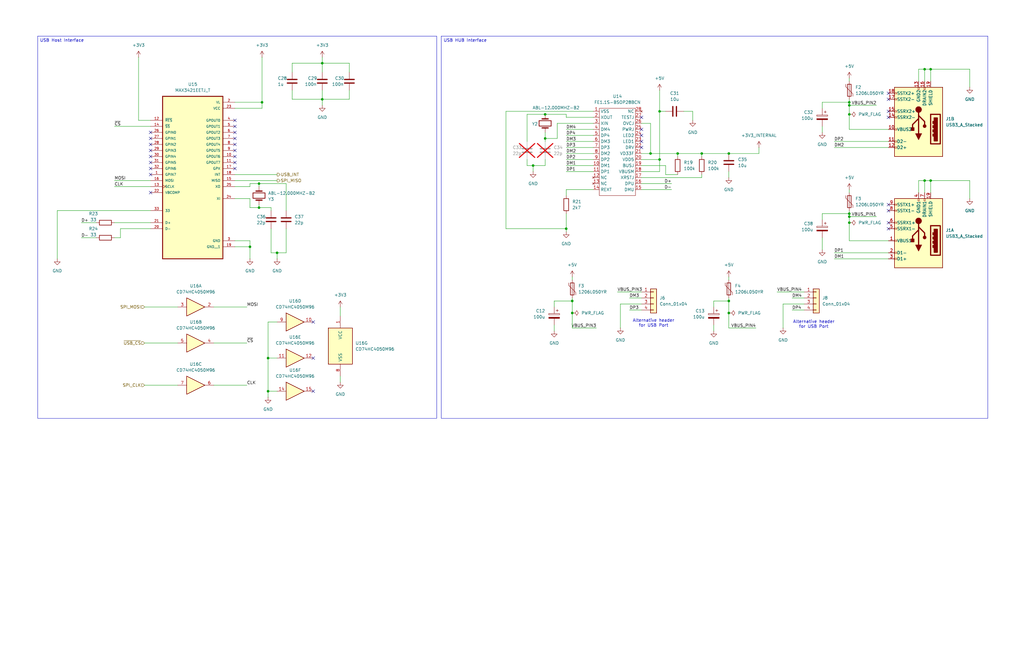
<source format=kicad_sch>
(kicad_sch (version 20250114) (generator "eeschema") (generator_version "9.0")
  (paper "USLedger")
  (text "Alternative header\nfor USB Port" (at 343.154 136.906 0) (effects (font (size 1.27 1.27))))
  (text "Alternative header\nfor USB Port" (at 275.59 136.398 0) (effects (font (size 1.27 1.27))))
  (text_box "USB HUB Interface" (at 186.055 15.24 0) (size 230.505 161.29) (margins 0.9525 0.9525 0.9525 0.9525) (effects (font (size 1.27 1.27)) (justify left top)))
  (text_box "USB Host Interface" (at 15.875 15.24 0) (size 168.275 161.29) (margins 0.9525 0.9525 0.9525 0.9525) (effects (font (size 1.27 1.27)) (justify left top)))
  (junction (at 241.3 132.08))
  (junction (at 278.13 46.99))
  (junction (at 229.87 58.42))
  (junction (at 135.89 41.91))
  (junction (at 307.34 64.77))
  (junction (at 274.32 64.77))
  (junction (at 389.89 29.21))
  (junction (at 278.13 67.31))
  (junction (at 110.49 43.18))
  (junction (at 113.03 165.1))
  (junction (at 389.89 76.2))
  (junction (at 307.34 132.08))
  (junction (at 285.75 64.77))
  (junction (at 229.87 48.26))
  (junction (at 116.84 106.68))
  (junction (at 224.79 69.85))
  (junction (at 307.34 127))
  (junction (at 105.41 104.14))
  (junction (at 109.22 87.63))
  (junction (at 238.76 96.52))
  (junction (at 358.14 90.17))
  (junction (at 392.43 29.21))
  (junction (at 358.14 93.98))
  (junction (at 358.14 43.18))
  (junction (at 358.14 91.44))
  (junction (at 241.3 127))
  (junction (at 113.03 151.13))
  (junction (at 358.14 44.45))
  (junction (at 295.91 64.77))
  (junction (at 358.14 48.26))
  (junction (at 109.22 77.47))
  (junction (at 392.43 76.2))
  (junction (at 135.89 26.67))
  (no_connect (at 374.65 88.9))
  (no_connect (at 99.06 63.5))
  (no_connect (at 63.5 60.96))
  (no_connect (at 63.5 68.58))
  (no_connect (at 374.65 96.52))
  (no_connect (at 63.5 58.42))
  (no_connect (at 270.51 59.69))
  (no_connect (at 374.65 39.37))
  (no_connect (at 132.08 135.89))
  (no_connect (at 99.06 58.42))
  (no_connect (at 63.5 71.12))
  (no_connect (at 63.5 73.66))
  (no_connect (at 63.5 66.04))
  (no_connect (at 374.65 41.91))
  (no_connect (at 132.08 165.1))
  (no_connect (at 374.65 86.36))
  (no_connect (at 99.06 53.34))
  (no_connect (at 99.06 71.12))
  (no_connect (at 99.06 50.8))
  (no_connect (at 270.51 49.53))
  (no_connect (at 99.06 68.58))
  (no_connect (at 63.5 63.5))
  (no_connect (at 374.65 49.53))
  (no_connect (at 270.51 54.61))
  (no_connect (at 132.08 151.13))
  (no_connect (at 63.5 81.28))
  (no_connect (at 374.65 46.99))
  (no_connect (at 99.06 66.04))
  (no_connect (at 374.65 93.98))
  (no_connect (at 99.06 55.88))
  (no_connect (at 270.51 57.15))
  (no_connect (at 63.5 55.88))
  (no_connect (at 270.51 62.23))
  (no_connect (at 99.06 60.96))
  (wire (pts (xy 116.84 106.68) (xy 120.65 106.68)))
  (wire (pts (xy 113.03 151.13) (xy 116.84 151.13)))
  (wire (pts (xy 116.84 109.22) (xy 116.84 106.68)))
  (wire (pts (xy 351.79 106.68) (xy 374.65 106.68)))
  (wire (pts (xy 135.89 44.45) (xy 135.89 41.91)))
  (wire (pts (xy 238.76 80.01) (xy 250.19 80.01)))
  (wire (pts (xy 389.89 29.21) (xy 392.43 29.21)))
  (wire (pts (xy 224.79 69.85) (xy 229.87 69.85)))
  (wire (pts (xy 233.68 137.16) (xy 233.68 139.7)))
  (wire (pts (xy 238.76 62.23) (xy 250.19 62.23)))
  (wire (pts (xy 123.19 41.91) (xy 135.89 41.91)))
  (wire (pts (xy 270.51 77.47) (xy 283.21 77.47)))
  (wire (pts (xy 241.3 127) (xy 241.3 132.08)))
  (wire (pts (xy 233.68 129.54) (xy 233.68 127)))
  (wire (pts (xy 233.68 127) (xy 241.3 127)))
  (wire (pts (xy 307.34 116.84) (xy 307.34 118.11)))
  (wire (pts (xy 114.3 87.63) (xy 114.3 88.9)))
  (wire (pts (xy 339.09 128.27) (xy 330.2 128.27)))
  (wire (pts (xy 113.03 135.89) (xy 113.03 151.13)))
  (wire (pts (xy 278.13 46.99) (xy 278.13 67.31)))
  (wire (pts (xy 238.76 59.69) (xy 250.19 59.69)))
  (wire (pts (xy 351.79 59.69) (xy 374.65 59.69)))
  (wire (pts (xy 278.13 38.1) (xy 278.13 46.99)))
  (wire (pts (xy 389.89 76.2) (xy 392.43 76.2)))
  (wire (pts (xy 109.22 78.74) (xy 109.22 77.47)))
  (wire (pts (xy 113.03 165.1) (xy 113.03 167.64)))
  (wire (pts (xy 109.22 87.63) (xy 109.22 86.36)))
  (wire (pts (xy 99.06 83.82) (xy 105.41 83.82)))
  (wire (pts (xy 238.76 67.31) (xy 250.19 67.31)))
  (wire (pts (xy 280.67 73.66) (xy 285.75 73.66)))
  (wire (pts (xy 241.3 132.08) (xy 241.3 138.43)))
  (wire (pts (xy 320.04 62.23) (xy 320.04 64.77)))
  (wire (pts (xy 295.91 64.77) (xy 307.34 64.77)))
  (wire (pts (xy 339.09 125.73) (xy 334.01 125.73)))
  (wire (pts (xy 123.19 38.1) (xy 123.19 41.91)))
  (wire (pts (xy 238.76 97.79) (xy 238.76 96.52)))
  (wire (pts (xy 270.51 52.07) (xy 274.32 52.07)))
  (wire (pts (xy 392.43 29.21) (xy 392.43 34.29)))
  (wire (pts (xy 307.34 138.43) (xy 307.34 132.08)))
  (wire (pts (xy 60.96 144.78) (xy 74.93 144.78)))
  (wire (pts (xy 60.96 162.56) (xy 74.93 162.56)))
  (wire (pts (xy 307.34 64.77) (xy 320.04 64.77)))
  (wire (pts (xy 224.79 72.39) (xy 224.79 69.85)))
  (wire (pts (xy 358.14 41.91) (xy 358.14 43.18)))
  (wire (pts (xy 48.26 76.2) (xy 63.5 76.2)))
  (wire (pts (xy 358.14 33.02) (xy 358.14 34.29)))
  (wire (pts (xy 261.62 128.27) (xy 261.62 138.43)))
  (wire (pts (xy 147.32 26.67) (xy 135.89 26.67)))
  (wire (pts (xy 40.64 100.33) (xy 34.29 100.33)))
  (wire (pts (xy 351.79 62.23) (xy 374.65 62.23)))
  (wire (pts (xy 99.06 104.14) (xy 105.41 104.14)))
  (wire (pts (xy 285.75 64.77) (xy 285.75 66.04)))
  (wire (pts (xy 229.87 55.88) (xy 229.87 58.42)))
  (wire (pts (xy 50.8 100.33) (xy 48.26 100.33)))
  (wire (pts (xy 58.42 50.8) (xy 63.5 50.8)))
  (wire (pts (xy 48.26 93.98) (xy 63.5 93.98)))
  (wire (pts (xy 241.3 138.43) (xy 251.46 138.43)))
  (wire (pts (xy 346.71 92.71) (xy 346.71 90.17)))
  (wire (pts (xy 229.87 48.26) (xy 238.76 48.26)))
  (wire (pts (xy 90.17 144.78) (xy 104.14 144.78)))
  (wire (pts (xy 147.32 41.91) (xy 135.89 41.91)))
  (wire (pts (xy 387.35 81.28) (xy 387.35 76.2)))
  (wire (pts (xy 238.76 48.26) (xy 238.76 49.53)))
  (wire (pts (xy 143.51 129.54) (xy 143.51 133.35)))
  (wire (pts (xy 113.03 165.1) (xy 116.84 165.1)))
  (wire (pts (xy 358.14 44.45) (xy 369.57 44.45)))
  (wire (pts (xy 99.06 78.74) (xy 105.41 78.74)))
  (wire (pts (xy 241.3 125.73) (xy 241.3 127)))
  (wire (pts (xy 143.51 161.29) (xy 143.51 158.75)))
  (wire (pts (xy 123.19 26.67) (xy 135.89 26.67)))
  (wire (pts (xy 234.95 52.07) (xy 234.95 58.42)))
  (wire (pts (xy 307.34 138.43) (xy 318.77 138.43)))
  (wire (pts (xy 307.34 125.73) (xy 307.34 127)))
  (wire (pts (xy 135.89 38.1) (xy 135.89 41.91)))
  (wire (pts (xy 238.76 54.61) (xy 250.19 54.61)))
  (wire (pts (xy 229.87 48.26) (xy 222.25 48.26)))
  (wire (pts (xy 58.42 24.13) (xy 58.42 50.8)))
  (wire (pts (xy 238.76 57.15) (xy 250.19 57.15)))
  (wire (pts (xy 392.43 76.2) (xy 408.94 76.2)))
  (wire (pts (xy 295.91 73.66) (xy 295.91 74.93)))
  (wire (pts (xy 229.87 67.31) (xy 229.87 69.85)))
  (wire (pts (xy 327.66 123.19) (xy 339.09 123.19)))
  (wire (pts (xy 114.3 106.68) (xy 116.84 106.68)))
  (wire (pts (xy 120.65 96.52) (xy 120.65 106.68)))
  (wire (pts (xy 270.51 69.85) (xy 280.67 69.85)))
  (wire (pts (xy 229.87 58.42) (xy 229.87 59.69)))
  (wire (pts (xy 270.51 67.31) (xy 278.13 67.31)))
  (wire (pts (xy 135.89 24.13) (xy 135.89 26.67)))
  (wire (pts (xy 234.95 52.07) (xy 250.19 52.07)))
  (wire (pts (xy 34.29 93.98) (xy 40.64 93.98)))
  (wire (pts (xy 387.35 76.2) (xy 389.89 76.2)))
  (wire (pts (xy 113.03 151.13) (xy 113.03 165.1)))
  (wire (pts (xy 213.36 96.52) (xy 238.76 96.52)))
  (wire (pts (xy 346.71 90.17) (xy 358.14 90.17)))
  (wire (pts (xy 105.41 83.82) (xy 105.41 87.63)))
  (wire (pts (xy 346.71 100.33) (xy 346.71 105.41)))
  (wire (pts (xy 110.49 45.72) (xy 110.49 43.18)))
  (wire (pts (xy 330.2 128.27) (xy 330.2 138.43)))
  (wire (pts (xy 110.49 24.13) (xy 110.49 43.18)))
  (wire (pts (xy 24.13 88.9) (xy 63.5 88.9)))
  (wire (pts (xy 99.06 76.2) (xy 116.84 76.2)))
  (wire (pts (xy 99.06 73.66) (xy 116.84 73.66)))
  (wire (pts (xy 114.3 96.52) (xy 114.3 106.68)))
  (wire (pts (xy 346.71 53.34) (xy 346.71 55.88)))
  (wire (pts (xy 99.06 43.18) (xy 110.49 43.18)))
  (wire (pts (xy 213.36 46.99) (xy 250.19 46.99)))
  (wire (pts (xy 307.34 127) (xy 307.34 132.08)))
  (wire (pts (xy 408.94 76.2) (xy 408.94 83.82)))
  (wire (pts (xy 270.51 125.73) (xy 265.43 125.73)))
  (wire (pts (xy 358.14 91.44) (xy 369.57 91.44)))
  (wire (pts (xy 238.76 49.53) (xy 250.19 49.53)))
  (wire (pts (xy 392.43 29.21) (xy 408.94 29.21)))
  (wire (pts (xy 135.89 26.67) (xy 135.89 30.48)))
  (wire (pts (xy 24.13 88.9) (xy 24.13 109.22)))
  (wire (pts (xy 288.29 46.99) (xy 292.1 46.99)))
  (wire (pts (xy 358.14 43.18) (xy 358.14 44.45)))
  (wire (pts (xy 278.13 67.31) (xy 278.13 72.39)))
  (wire (pts (xy 295.91 64.77) (xy 295.91 66.04)))
  (wire (pts (xy 270.51 128.27) (xy 261.62 128.27)))
  (wire (pts (xy 346.71 45.72) (xy 346.71 43.18)))
  (wire (pts (xy 392.43 81.28) (xy 392.43 76.2)))
  (wire (pts (xy 300.99 137.16) (xy 300.99 139.7)))
  (wire (pts (xy 389.89 76.2) (xy 389.89 81.28)))
  (wire (pts (xy 105.41 87.63) (xy 109.22 87.63)))
  (wire (pts (xy 285.75 64.77) (xy 295.91 64.77)))
  (wire (pts (xy 278.13 46.99) (xy 280.67 46.99)))
  (wire (pts (xy 358.14 88.9) (xy 358.14 90.17)))
  (wire (pts (xy 238.76 90.17) (xy 238.76 96.52)))
  (wire (pts (xy 387.35 29.21) (xy 389.89 29.21)))
  (wire (pts (xy 274.32 52.07) (xy 274.32 64.77)))
  (wire (pts (xy 147.32 30.48) (xy 147.32 26.67)))
  (wire (pts (xy 270.51 64.77) (xy 274.32 64.77)))
  (wire (pts (xy 408.94 29.21) (xy 408.94 36.83)))
  (wire (pts (xy 238.76 82.55) (xy 238.76 80.01)))
  (wire (pts (xy 90.17 162.56) (xy 104.14 162.56)))
  (wire (pts (xy 50.8 96.52) (xy 63.5 96.52)))
  (wire (pts (xy 358.14 90.17) (xy 358.14 91.44)))
  (wire (pts (xy 351.79 109.22) (xy 374.65 109.22)))
  (wire (pts (xy 229.87 58.42) (xy 234.95 58.42)))
  (wire (pts (xy 358.14 48.26) (xy 358.14 54.61)))
  (wire (pts (xy 99.06 101.6) (xy 105.41 101.6)))
  (wire (pts (xy 270.51 72.39) (xy 278.13 72.39)))
  (wire (pts (xy 222.25 48.26) (xy 222.25 59.69)))
  (wire (pts (xy 120.65 77.47) (xy 120.65 88.9)))
  (wire (pts (xy 147.32 38.1) (xy 147.32 41.91)))
  (wire (pts (xy 48.26 53.34) (xy 63.5 53.34)))
  (wire (pts (xy 48.26 78.74) (xy 63.5 78.74)))
  (wire (pts (xy 300.99 129.54) (xy 300.99 127)))
  (wire (pts (xy 270.51 80.01) (xy 283.21 80.01)))
  (wire (pts (xy 389.89 29.21) (xy 389.89 34.29)))
  (wire (pts (xy 358.14 44.45) (xy 358.14 48.26)))
  (wire (pts (xy 99.06 45.72) (xy 110.49 45.72)))
  (wire (pts (xy 358.14 93.98) (xy 358.14 101.6)))
  (wire (pts (xy 109.22 77.47) (xy 120.65 77.47)))
  (wire (pts (xy 238.76 64.77) (xy 250.19 64.77)))
  (wire (pts (xy 109.22 87.63) (xy 114.3 87.63)))
  (wire (pts (xy 280.67 69.85) (xy 280.67 73.66)))
  (wire (pts (xy 241.3 116.84) (xy 241.3 118.11)))
  (wire (pts (xy 387.35 34.29) (xy 387.35 29.21)))
  (wire (pts (xy 238.76 72.39) (xy 250.19 72.39)))
  (wire (pts (xy 358.14 54.61) (xy 374.65 54.61)))
  (wire (pts (xy 260.35 123.19) (xy 270.51 123.19)))
  (wire (pts (xy 358.14 101.6) (xy 374.65 101.6)))
  (wire (pts (xy 274.32 64.77) (xy 285.75 64.77)))
  (wire (pts (xy 300.99 127) (xy 307.34 127)))
  (wire (pts (xy 105.41 101.6) (xy 105.41 104.14)))
  (wire (pts (xy 358.14 80.01) (xy 358.14 81.28)))
  (wire (pts (xy 116.84 135.89) (xy 113.03 135.89)))
  (wire (pts (xy 105.41 104.14) (xy 105.41 109.22)))
  (wire (pts (xy 265.43 130.81) (xy 270.51 130.81)))
  (wire (pts (xy 222.25 69.85) (xy 224.79 69.85)))
  (wire (pts (xy 213.36 46.99) (xy 213.36 96.52)))
  (wire (pts (xy 292.1 46.99) (xy 292.1 50.8)))
  (wire (pts (xy 60.96 129.54) (xy 74.93 129.54)))
  (wire (pts (xy 270.51 74.93) (xy 295.91 74.93)))
  (wire (pts (xy 90.17 129.54) (xy 104.14 129.54)))
  (wire (pts (xy 123.19 30.48) (xy 123.19 26.67)))
  (wire (pts (xy 105.41 78.74) (xy 105.41 77.47)))
  (wire (pts (xy 105.41 77.47) (xy 109.22 77.47)))
  (wire (pts (xy 307.34 72.39) (xy 307.34 74.93)))
  (wire (pts (xy 358.14 91.44) (xy 358.14 93.98)))
  (wire (pts (xy 346.71 43.18) (xy 358.14 43.18)))
  (wire (pts (xy 50.8 96.52) (xy 50.8 100.33)))
  (wire (pts (xy 238.76 69.85) (xy 250.19 69.85)))
  (wire (pts (xy 222.25 67.31) (xy 222.25 69.85)))
  (wire (pts (xy 334.01 130.81) (xy 339.09 130.81)))
  (label "DM1" (at 238.76 69.85 0))
  (label "VBUS_PIN4" (at 318.77 138.43 180))
  (label "DP4" (at 238.76 57.15 0))
  (label "DP2" (at 351.79 59.69 0))
  (label "D+" (at 283.21 77.47 180))
  (label "DP3" (at 238.76 62.23 0))
  (label "DM1" (at 351.79 109.22 0))
  (label "DM2" (at 351.79 62.23 0))
  (label "~{CS}" (at 48.26 53.34 0))
  (label "MOSI" (at 104.14 129.54 0))
  (label "D+" (at 34.29 93.98 0))
  (label "DP2" (at 238.76 67.31 0))
  (label "MOSI" (at 48.26 76.2 0))
  (label "D-" (at 34.29 100.33 0))
  (label "DM4" (at 334.01 125.73 0))
  (label "DP3" (at 265.43 130.81 0))
  (label "CLK" (at 104.14 162.56 0))
  (label "VBUS_PIN3" (at 260.35 123.19 0))
  (label "DM4" (at 238.76 54.61 0))
  (label "CLK" (at 48.26 78.74 0))
  (label "D-" (at 283.21 80.01 180))
  (label "VBUS_PIN1" (at 369.57 91.44 180))
  (label "DM3" (at 265.43 125.73 0))
  (label "DP4" (at 334.01 130.81 0))
  (label "VBUS_PIN4" (at 327.66 123.19 0))
  (label "DP1" (at 351.79 106.68 0))
  (label "~{CS}" (at 104.14 144.78 0))
  (label "DM2" (at 238.76 64.77 0))
  (label "VBUS_PIN3" (at 251.46 138.43 180))
  (label "DP1" (at 238.76 72.39 0))
  (label "DM3" (at 238.76 59.69 0))
  (label "VBUS_PIN2" (at 369.57 44.45 180))
  (hierarchical_label "SPI_CLK" (shape input) (at 60.96 162.56 180))
  (hierarchical_label "SPI_MOSI" (shape input) (at 60.96 129.54 180))
  (hierarchical_label "~{USB_CS}" (shape input) (at 60.96 144.78 180))
  (hierarchical_label "SPI_MISO" (shape output) (at 116.84 76.2 0))
  (hierarchical_label "USB_INT" (shape output) (at 116.84 73.66 0))
  (symbol (lib_id "Device:Crystal") (at 109.22 82.55 90) (mirror x) (unit 1)
    (property "Reference" "Y2" (at 113.03 84.074 90) (effects (justify right)))
    (property "Value" "ABL-12.000MHZ-B2" (at 113.03 81.534 90) (effects (justify right)))
    (property "Footprint" "Crystal:Crystal_HC49-U_Vertical" (effects (hide yes)))
    (property "Description" "Two pin crystal" (effects (hide yes)))
    (property "MANUFACTURER_PART_NUMBER" "ABL-12.000MHZ-B2" (effects (hide yes)))
    (instances (project "Z80HomeBrew" (path "" (reference "Y3") (unit 1))) (project "Z80HomeBrew" (path "" (reference "Y2") (unit 1))))
  )
  (symbol (lib_id "power:+3.3V") (at 135.89 24.13 0) (unit 1)
    (property "Reference" "#PWR03" (effects (hide yes)))
    (property "Value" "+3V3" (at 135.89 19.05 0))
    (property "Description" "Power symbol creates a global label with name \"+3.3V\"" (effects (hide yes)))
    (instances (project "Z80HomeBrew" (path "" (reference "#PWR076") (unit 1))) (project "Z80HomeBrew" (path "" (reference "#PWR03") (unit 1))))
  )
  (symbol (lib_id "power:GND") (at 116.84 109.22 0) (unit 1)
    (property "Reference" "#PWR019" (effects (hide yes)))
    (property "Value" "GND" (at 116.84 114.3 0))
    (property "Description" "Power symbol creates a global label with name \"GND\" , ground" (effects (hide yes)))
    (instances (project "Z80HomeBrew" (path "" (reference "#PWR093") (unit 1))) (project "Z80HomeBrew" (path "" (reference "#PWR019") (unit 1))))
  )
  (symbol (lib_id "power:GND") (at 105.41 109.22 0) (unit 1)
    (property "Reference" "#PWR018" (effects (hide yes)))
    (property "Value" "GND" (at 105.41 114.3 0))
    (property "Description" "Power symbol creates a global label with name \"GND\" , ground" (effects (hide yes)))
    (instances (project "Z80HomeBrew" (path "" (reference "#PWR092") (unit 1))) (project "Z80HomeBrew" (path "" (reference "#PWR018") (unit 1))))
  )
  (symbol (lib_id "power:GND") (at 143.51 161.29 0) (unit 1)
    (property "Reference" "#PWR027" (effects (hide yes)))
    (property "Value" "GND" (at 143.51 166.37 0))
    (property "Description" "Power symbol creates a global label with name \"GND\" , ground" (effects (hide yes)))
    (instances (project "Z80HomeBrew" (path "" (reference "#PWR097") (unit 1))) (project "Z80HomeBrew" (path "" (reference "#PWR027") (unit 1))))
  )
  (symbol (lib_id "Device:C") (at 123.19 34.29 180) (unit 1)
    (property "Reference" "C1" (at 117.094 33.02 0) (effects (justify right)))
    (property "Value" "1u" (at 117.094 35.56 0) (effects (justify right)))
    (property "Footprint" "Capacitor_SMD:C_0603_1608Metric" (effects (hide yes)))
    (property "Description" "Unpolarized capacitor" (effects (hide yes)))
    (property "MANUFACTURER_PART_NUMBER" "C0603C105K4RACTU" (effects (hide yes)))
    (instances (project "Z80HomeBrew" (path "" (reference "C28") (unit 1))) (project "Z80HomeBrew" (path "" (reference "C1") (unit 1))))
  )
  (symbol (lib_id "Device:C_Polarized") (at 233.68 133.35 0) (mirror y) (unit 1)
    (property "Reference" "C12" (at 229.87 131.1909 0) (effects (justify left)))
    (property "Value" "100u" (at 229.87 133.7309 0) (effects (justify left)))
    (property "Footprint" "Capacitor_THT:CP_Radial_D5.0mm_P2.50mm" (effects (hide yes)))
    (property "Description" "Polarized capacitor" (effects (hide yes)))
    (property "MANUFACTURER_PART_NUMBER" "ECA-1CHG101I" (effects (hide yes)))
  )
  (symbol (lib_id "Device:C_Polarized") (at 346.71 49.53 0) (mirror y) (unit 1)
    (property "Reference" "C5" (at 342.9 47.3709 0) (effects (justify left)))
    (property "Value" "100u" (at 342.9 49.9109 0) (effects (justify left)))
    (property "Footprint" "Capacitor_THT:CP_Radial_D5.0mm_P2.50mm" (effects (hide yes)))
    (property "Description" "Polarized capacitor" (effects (hide yes)))
    (property "MANUFACTURER_PART_NUMBER" "ECA-1CHG101I" (effects (hide yes)))
    (instances (project "" (path "" (reference "C32") (unit 1))) (project "" (path "" (reference "C5") (unit 1))))
  )
  (symbol (lib_id "Connector:USB3_A_Stacked") (at 387.35 52.07 180) (unit 2)
    (property "Reference" "J1" (at 398.78 50.1649 0) (effects (justify right)))
    (property "Value" "USB3_A_Stacked" (at 398.78 52.7049 0) (effects (justify right)))
    (property "Footprint" "Connector_USB:USB3_A_Molex_48406-0001_Horizontal_Stacked" (effects (hide yes)))
    (property "Description" "USB 3.0 A connector, stacked" (effects (hide yes)))
  )
  (symbol (lib_id "4xxx:4050") (at 124.46 151.13 0) (unit 5)
    (property "Reference" "U3" (at 124.46 142.24 0))
    (property "Value" "CD74HC4050M96" (at 124.46 144.78 0))
    (property "Footprint" "Footprints:SOIC127P600X175-16N" (effects (hide yes)))
    (property "Datasheet" "http://www.intersil.com/content/dam/intersil/documents/cd40/cd4050bms.pdf" (effects (hide yes)))
    (property "Description" "Hex Buffer" (effects (hide yes)))
    (property "MANUFACTURER_PART_NUMBER" "CD74HC4050M96" (effects (hide yes)))
    (instances (project "Z80HomeBrew" (path "" (reference "U16") (unit 5))) (project "Z80HomeBrew" (path "" (reference "U3") (unit 5))))
  )
  (symbol (lib_id "Device:Crystal") (at 229.87 52.07 90) (mirror x) (unit 1)
    (property "Reference" "Y1" (at 224.282 52.324 90) (effects (justify right)))
    (property "Value" "ABL-12.000MHZ-B2" (at 224.536 45.466 90) (effects (justify right)))
    (property "Footprint" "Crystal:Crystal_HC49-U_Vertical" (effects (hide yes)))
    (property "Description" "Two pin crystal" (effects (hide yes)))
    (property "MANUFACTURER_PART_NUMBER" "ABL-12.000MHZ-B2" (effects (hide yes)))
    (instances (project "" (path "" (reference "Y2") (unit 1))) (project "" (path "" (reference "Y1") (unit 1))))
  )
  (symbol (lib_id "Connector_Generic:Conn_01x04") (at 275.59 125.73 0) (unit 1)
    (property "Reference" "J2" (at 278.13 125.7299 0) (effects (justify left)))
    (property "Value" "Conn_01x04" (at 278.13 128.2699 0) (effects (justify left)))
    (property "Footprint" "Connector_PinSocket_2.54mm:PinSocket_1x04_P2.54mm_Vertical" (effects (hide yes)))
    (property "Description" "Generic connector, single row, 01x04, script generated (kicad-library-utils/schlib/autogen/connector/)" (effects (hide yes)))
    (property "MANUFACTURER_PART_NUMBER" "732-5301-ND" (effects (hide yes)))
    (instances (project "" (path "" (reference "J6") (unit 1))) (project "" (path "" (reference "J2") (unit 1))))
  )
  (symbol (lib_id "Device:R") (at 238.76 86.36 0) (unit 1)
    (property "Reference" "R3" (at 241.3 85.0899 0) (effects (justify left)))
    (property "Value" "2k7" (at 241.3 87.6299 0) (effects (justify left)))
    (property "Footprint" "Resistor_SMD:R_0603_1608Metric" (effects (hide yes)))
    (property "Description" "Resistor" (effects (hide yes)))
    (property "MANUFACTURER_PART_NUMBER" "RC0603JR-072K7L" (effects (hide yes)))
    (instances (project "Z80HomeBrew" (path "" (reference "R21") (unit 1))) (project "Z80HomeBrew" (path "" (reference "R3") (unit 1))))
  )
  (symbol (lib_id "power:GND") (at 346.71 105.41 0) (unit 1)
    (property "Reference" "#PWR016" (effects (hide yes)))
    (property "Value" "GND" (at 346.71 110.49 0))
    (property "Description" "Power symbol creates a global label with name \"GND\" , ground" (effects (hide yes)))
    (instances (project "Z80HomeBrew" (path "" (reference "#PWR090") (unit 1))) (project "Z80HomeBrew" (path "" (reference "#PWR016") (unit 1))))
  )
  (symbol (lib_id "power:GND") (at 135.89 44.45 0) (unit 1)
    (property "Reference" "#PWR07" (effects (hide yes)))
    (property "Value" "GND" (at 135.89 49.53 0))
    (property "Description" "Power symbol creates a global label with name \"GND\" , ground" (effects (hide yes)))
    (instances (project "Z80HomeBrew" (path "" (reference "#PWR080") (unit 1))) (project "Z80HomeBrew" (path "" (reference "#PWR07") (unit 1))))
  )
  (symbol (lib_id "power:GND") (at 261.62 138.43 0) (mirror y) (unit 1)
    (property "Reference" "#PWR023" (effects (hide yes)))
    (property "Value" "GND" (at 261.62 143.51 0))
    (property "Description" "Power symbol creates a global label with name \"GND\" , ground" (effects (hide yes)))
    (instances (project "Z80HomeBrew" (path "" (reference "#PWR088") (unit 1))) (project "Z80HomeBrew" (path "" (reference "#PWR023") (unit 1))))
  )
  (symbol (lib_id "4xxx:4050") (at 82.55 144.78 0) (unit 2)
    (property "Reference" "U3" (at 82.55 135.89 0))
    (property "Value" "CD74HC4050M96" (at 82.55 138.43 0))
    (property "Footprint" "Footprints:SOIC127P600X175-16N" (effects (hide yes)))
    (property "Datasheet" "http://www.intersil.com/content/dam/intersil/documents/cd40/cd4050bms.pdf" (effects (hide yes)))
    (property "Description" "Hex Buffer" (effects (hide yes)))
    (property "MANUFACTURER_PART_NUMBER" "CD74HC4050M96" (effects (hide yes)))
    (instances (project "" (path "" (reference "U16") (unit 2))) (project "" (path "" (reference "U3") (unit 2))))
  )
  (symbol (lib_id "Device:C") (at 120.65 92.71 180) (unit 1)
    (property "Reference" "C10" (at 124.206 91.44 0) (effects (justify right)))
    (property "Value" "22p" (at 124.206 93.98 0) (effects (justify right)))
    (property "Footprint" "Capacitor_SMD:C_0603_1608Metric" (effects (hide yes)))
    (property "Description" "Unpolarized capacitor" (effects (hide yes)))
    (property "MANUFACTURER_PART_NUMBER" "KGM15ACG1C220KT" (effects (hide yes)))
    (instances (project "Z80HomeBrew" (path "" (reference "C37") (unit 1))) (project "Z80HomeBrew" (path "" (reference "C10") (unit 1))))
  )
  (symbol (lib_id "power:+5V") (at 358.14 33.02 0) (unit 1)
    (property "Reference" "#PWR04" (effects (hide yes)))
    (property "Value" "+5V" (at 358.14 27.94 0))
    (property "Description" "Power symbol creates a global label with name \"+5V\"" (effects (hide yes)))
    (instances (project "Z80HomeBrew" (path "" (reference "#PWR077") (unit 1))) (project "Z80HomeBrew" (path "" (reference "#PWR04") (unit 1))))
  )
  (symbol (lib_id "Device:C") (at 147.32 34.29 180) (unit 1)
    (property "Reference" "C3" (at 141.224 33.02 0) (effects (justify right)))
    (property "Value" "100n" (at 139.954 35.56 0) (effects (justify right)))
    (property "Footprint" "Capacitor_SMD:C_0603_1608Metric" (effects (hide yes)))
    (property "Description" "Unpolarized capacitor" (effects (hide yes)))
    (property "MANUFACTURER_PART_NUMBER" "C0603C104K5RACTU" (effects (hide yes)))
    (instances (project "Z80HomeBrew" (path "" (reference "C30") (unit 1))) (project "Z80HomeBrew" (path "" (reference "C3") (unit 1))))
  )
  (symbol (lib_id "power:PWR_FLAG") (at 358.14 93.98 270) (unit 1)
    (property "Reference" "#FLG02" (effects (hide yes)))
    (property "Value" "PWR_FLAG" (at 361.95 93.9799 90) (effects (justify left)))
    (property "Description" "Special symbol for telling ERC where power comes from" (effects (hide yes)))
    (instances (project "" (path "" (reference "#FLG03") (unit 1))) (project "" (path "" (reference "#FLG02") (unit 1))))
  )
  (symbol (lib_id "power:GND") (at 307.34 74.93 0) (unit 1)
    (property "Reference" "#PWR012" (effects (hide yes)))
    (property "Value" "GND" (at 307.34 80.01 0))
    (property "Description" "Power symbol creates a global label with name \"GND\" , ground" (effects (hide yes)))
    (instances (project "" (path "" (reference "#PWR085") (unit 1))) (project "" (path "" (reference "#PWR012") (unit 1))))
  )
  (symbol (lib_id "Device:C") (at 307.34 68.58 0) (unit 1)
    (property "Reference" "C8" (at 311.15 67.3099 0) (effects (justify left)))
    (property "Value" "10u" (at 311.15 69.8499 0) (effects (justify left)))
    (property "Footprint" "Capacitor_SMD:C_0603_1608Metric" (effects (hide yes)))
    (property "Description" "Unpolarized capacitor" (effects (hide yes)))
    (property "MANUFACTURER_PART_NUMBER" "CL10X106MO8NRNC" (effects (hide yes)))
    (instances (project "" (path "" (reference "C35") (unit 1))) (project "" (path "" (reference "C8") (unit 1))))
  )
  (symbol (lib_id "Device:C") (at 222.25 63.5 180) (unit 1) (dnp yes)
    (property "Reference" "C6" (at 216.154 62.23 0) (effects (justify right)))
    (property "Value" "22p" (at 216.154 64.77 0) (effects (justify right)))
    (property "Footprint" "Capacitor_SMD:C_0603_1608Metric" (effects (hide yes)))
    (property "Description" "Unpolarized capacitor" (effects (hide yes)))
    (instances (project "Z80HomeBrew" (path "" (reference "C33") (unit 1))) (project "Z80HomeBrew" (path "" (reference "C6") (unit 1))))
  )
  (symbol (lib_name "USB3_A_Stacked_1") (lib_id "Connector:USB3_A_Stacked") (at 387.35 99.06 180) (unit 1)
    (property "Reference" "J1" (at 398.78 97.1549 0) (effects (justify right)))
    (property "Value" "USB3_A_Stacked" (at 398.78 99.6949 0) (effects (justify right)))
    (property "Footprint" "Connector_USB:USB3_A_Molex_48406-0001_Horizontal_Stacked" (effects (hide yes)))
    (property "Description" "USB 3.0 A connector, stacked" (effects (hide yes)))
  )
  (symbol (lib_id "power:GND") (at 224.79 72.39 0) (unit 1)
    (property "Reference" "#PWR011" (effects (hide yes)))
    (property "Value" "GND" (at 224.79 77.47 0))
    (property "Description" "Power symbol creates a global label with name \"GND\" , ground" (effects (hide yes)))
    (instances (project "Z80HomeBrew" (path "" (reference "#PWR084") (unit 1))) (project "Z80HomeBrew" (path "" (reference "#PWR011") (unit 1))))
  )
  (symbol (lib_id "Device:R") (at 44.45 93.98 90) (unit 1)
    (property "Reference" "R4" (at 39.37 90.17 90))
    (property "Value" "33" (at 39.37 92.71 90))
    (property "Footprint" "Resistor_SMD:R_0603_1608Metric" (effects (hide yes)))
    (property "Description" "Resistor" (effects (hide yes)))
    (property "MANUFACTURER_PART_NUMBER" "RC0603FR-0733RL" (effects (hide yes)))
    (instances (project "Z80HomeBrew" (path "" (reference "R23") (unit 1))) (project "Z80HomeBrew" (path "" (reference "R4") (unit 1))))
  )
  (symbol (lib_id "power:GND") (at 292.1 50.8 0) (unit 1)
    (property "Reference" "#PWR08" (effects (hide yes)))
    (property "Value" "GND" (at 292.1 55.88 0))
    (property "Description" "Power symbol creates a global label with name \"GND\" , ground" (effects (hide yes)))
    (instances (project "Z80HomeBrew" (path "" (reference "#PWR081") (unit 1))) (project "Z80HomeBrew" (path "" (reference "#PWR08") (unit 1))))
  )
  (symbol (lib_id "power:+3.3V") (at 58.42 24.13 0) (unit 1)
    (property "Reference" "#PWR01" (effects (hide yes)))
    (property "Value" "+3V3" (at 58.42 19.05 0))
    (property "Description" "Power symbol creates a global label with name \"+3.3V\"" (effects (hide yes)))
    (instances (project "Z80HomeBrew" (path "" (reference "#PWR074") (unit 1))) (project "Z80HomeBrew" (path "" (reference "#PWR01") (unit 1))))
  )
  (symbol (lib_id "power:+5V") (at 241.3 116.84 0) (unit 1)
    (property "Reference" "#PWR020" (effects (hide yes)))
    (property "Value" "+5V" (at 241.3 111.76 0))
    (property "Description" "Power symbol creates a global label with name \"+5V\"" (effects (hide yes)))
  )
  (symbol (lib_id "power:GND") (at 330.2 138.43 0) (mirror y) (unit 1)
    (property "Reference" "#PWR024" (effects (hide yes)))
    (property "Value" "GND" (at 330.2 143.51 0))
    (property "Description" "Power symbol creates a global label with name \"GND\" , ground" (effects (hide yes)))
    (instances (project "Z80HomeBrew" (path "" (reference "#PWR096") (unit 1))) (project "Z80HomeBrew" (path "" (reference "#PWR024") (unit 1))))
  )
  (symbol (lib_id "power:GND") (at 300.99 139.7 0) (unit 1)
    (property "Reference" "#PWR026" (effects (hide yes)))
    (property "Value" "GND" (at 300.99 144.78 0))
    (property "Description" "Power symbol creates a global label with name \"GND\" , ground" (effects (hide yes)))
  )
  (symbol (lib_id "Z80HomeBrew:FE1.1s") (at 260.35 43.18 0) (unit 1)
    (property "Reference" "U1" (at 260.35 40.64 0))
    (property "Value" "FE1.1S-BSOP28BCN" (at 260.35 43.18 0))
    (property "Footprint" "Package_SO:SSOP-28_5.3x10.2mm_P0.65mm" (effects (hide yes)))
    (property "Datasheet" "https://www.lcsc.com/datasheet/C9359.pdf" (effects (hide yes)))
    (property "Description" "USB 2.0 High Speed 4- port hub controller from Terminus" (effects (hide yes)))
    (property "MANUFACTURER_PART_NUMBER" "FE1.1S-BSOP28BCN" (effects (hide yes)))
    (instances (project "" (path "" (reference "U14") (unit 1))) (project "" (path "" (reference "U1") (unit 1))))
  )
  (symbol (lib_id "4xxx:4050") (at 143.51 146.05 0) (unit 7)
    (property "Reference" "U3" (at 149.86 144.7799 0) (effects (justify left)))
    (property "Value" "CD74HC4050M96" (at 149.86 147.3199 0) (effects (justify left)))
    (property "Footprint" "Footprints:SOIC127P600X175-16N" (effects (hide yes)))
    (property "Datasheet" "http://www.intersil.com/content/dam/intersil/documents/cd40/cd4050bms.pdf" (effects (hide yes)))
    (property "Description" "Hex Buffer" (effects (hide yes)))
    (property "MANUFACTURER_PART_NUMBER" "CD74HC4050M96" (effects (hide yes)))
    (instances (project "" (path "" (reference "U16") (unit 7))) (project "" (path "" (reference "U3") (unit 7))))
  )
  (symbol (lib_id "Device:Polyfuse") (at 241.3 121.92 0) (unit 1)
    (property "Reference" "F3" (at 243.84 120.6499 0) (effects (justify left)))
    (property "Value" "1206L050YR" (at 243.84 123.1899 0) (effects (justify left)))
    (property "Footprint" "Fuse:Fuse_1206_3216Metric" (effects (hide yes)))
    (property "Description" "Resettable fuse, polymeric positive temperature coefficient" (effects (hide yes)))
    (property "MANUFACTURER_PART_NUMBER" "1206L050YR" (effects (hide yes)))
  )
  (symbol (lib_id "Device:C_Polarized") (at 346.71 96.52 0) (mirror y) (unit 1)
    (property "Reference" "C11" (at 342.9 94.3609 0) (effects (justify left)))
    (property "Value" "100u" (at 342.9 96.9009 0) (effects (justify left)))
    (property "Footprint" "Capacitor_THT:CP_Radial_D5.0mm_P2.50mm" (effects (hide yes)))
    (property "Description" "Polarized capacitor" (effects (hide yes)))
    (property "MANUFACTURER_PART_NUMBER" "ECA-1CHG101I" (effects (hide yes)))
    (instances (project "Z80HomeBrew" (path "" (reference "C38") (unit 1))) (project "Z80HomeBrew" (path "" (reference "C11") (unit 1))))
  )
  (symbol (lib_id "Device:C_Polarized") (at 300.99 133.35 0) (mirror y) (unit 1)
    (property "Reference" "C13" (at 297.18 131.1909 0) (effects (justify left)))
    (property "Value" "100u" (at 297.18 133.7309 0) (effects (justify left)))
    (property "Footprint" "Capacitor_THT:CP_Radial_D5.0mm_P2.50mm" (effects (hide yes)))
    (property "Description" "Polarized capacitor" (effects (hide yes)))
    (property "MANUFACTURER_PART_NUMBER" "ECA-1CHG101I" (effects (hide yes)))
  )
  (symbol (lib_id "power:GND") (at 408.94 83.82 0) (unit 1)
    (property "Reference" "#PWR014" (effects (hide yes)))
    (property "Value" "GND" (at 408.94 88.9 0))
    (property "Description" "Power symbol creates a global label with name \"GND\" , ground" (effects (hide yes)))
  )
  (symbol (lib_id "Device:C") (at 284.48 46.99 90) (unit 1)
    (property "Reference" "C4" (at 284.48 39.37 90))
    (property "Value" "10u" (at 284.48 41.91 90))
    (property "Footprint" "Capacitor_SMD:C_0603_1608Metric" (effects (hide yes)))
    (property "Description" "Unpolarized capacitor" (effects (hide yes)))
    (property "MANUFACTURER_PART_NUMBER" "CL10X106MO8NRNC" (effects (hide yes)))
    (instances (project "Z80HomeBrew" (path "" (reference "C31") (unit 1))) (project "Z80HomeBrew" (path "" (reference "C4") (unit 1))))
  )
  (symbol (lib_id "Device:Polyfuse") (at 358.14 85.09 0) (unit 1)
    (property "Reference" "F2" (at 360.68 83.8199 0) (effects (justify left)))
    (property "Value" "1206L050YR" (at 360.68 86.3599 0) (effects (justify left)))
    (property "Footprint" "Fuse:Fuse_1206_3216Metric" (effects (hide yes)))
    (property "Description" "Resettable fuse, polymeric positive temperature coefficient" (effects (hide yes)))
    (property "MANUFACTURER_PART_NUMBER" "1206L050YR" (effects (hide yes)))
    (instances (project "Z80HomeBrew" (path "" (reference "F3") (unit 1))) (project "Z80HomeBrew" (path "" (reference "F2") (unit 1))))
  )
  (symbol (lib_id "Device:R") (at 44.45 100.33 90) (unit 1)
    (property "Reference" "R5" (at 39.37 96.52 90))
    (property "Value" "33" (at 39.37 99.06 90))
    (property "Footprint" "Resistor_SMD:R_0603_1608Metric" (effects (hide yes)))
    (property "Description" "Resistor" (effects (hide yes)))
    (property "MANUFACTURER_PART_NUMBER" "RC0603FR-0733RL" (effects (hide yes)))
    (instances (project "Z80HomeBrew" (path "" (reference "R24") (unit 1))) (project "Z80HomeBrew" (path "" (reference "R5") (unit 1))))
  )
  (symbol (lib_id "power:GND") (at 238.76 97.79 0) (unit 1)
    (property "Reference" "#PWR015" (effects (hide yes)))
    (property "Value" "GND" (at 238.76 102.87 0))
    (property "Description" "Power symbol creates a global label with name \"GND\" , ground" (effects (hide yes)))
    (instances (project "Z80HomeBrew" (path "" (reference "#PWR089") (unit 1))) (project "Z80HomeBrew" (path "" (reference "#PWR015") (unit 1))))
  )
  (symbol (lib_id "4xxx:4050") (at 82.55 162.56 0) (unit 3)
    (property "Reference" "U3" (at 82.55 153.67 0))
    (property "Value" "CD74HC4050M96" (at 82.55 156.21 0))
    (property "Footprint" "Footprints:SOIC127P600X175-16N" (effects (hide yes)))
    (property "Datasheet" "http://www.intersil.com/content/dam/intersil/documents/cd40/cd4050bms.pdf" (effects (hide yes)))
    (property "Description" "Hex Buffer" (effects (hide yes)))
    (property "MANUFACTURER_PART_NUMBER" "CD74HC4050M96" (effects (hide yes)))
    (instances (project "" (path "" (reference "U16") (unit 3))) (project "" (path "" (reference "U3") (unit 3))))
  )
  (symbol (lib_id "4xxx:4050") (at 124.46 135.89 0) (unit 4)
    (property "Reference" "U3" (at 124.46 127 0))
    (property "Value" "CD74HC4050M96" (at 124.46 129.54 0))
    (property "Footprint" "Footprints:SOIC127P600X175-16N" (effects (hide yes)))
    (property "Datasheet" "http://www.intersil.com/content/dam/intersil/documents/cd40/cd4050bms.pdf" (effects (hide yes)))
    (property "Description" "Hex Buffer" (effects (hide yes)))
    (property "MANUFACTURER_PART_NUMBER" "CD74HC4050M96" (effects (hide yes)))
    (instances (project "Z80HomeBrew" (path "" (reference "U16") (unit 4))) (project "Z80HomeBrew" (path "" (reference "U3") (unit 4))))
  )
  (symbol (lib_id "power:GND") (at 408.94 36.83 0) (unit 1)
    (property "Reference" "#PWR05" (effects (hide yes)))
    (property "Value" "GND" (at 408.94 41.91 0))
    (property "Description" "Power symbol creates a global label with name \"GND\" , ground" (effects (hide yes)))
  )
  (symbol (lib_id "power:+5V") (at 307.34 116.84 0) (unit 1)
    (property "Reference" "#PWR021" (effects (hide yes)))
    (property "Value" "+5V" (at 307.34 111.76 0))
    (property "Description" "Power symbol creates a global label with name \"+5V\"" (effects (hide yes)))
  )
  (symbol (lib_id "MAX3421EETJ_T:MAX3421EETJ_T") (at 81.28 73.66 0) (unit 1)
    (property "Reference" "U2" (at 81.28 35.56 0))
    (property "Value" "MAX3421EETJ_T" (at 81.28 38.1 0))
    (property "Footprint" "Footprints:QFN50P500X500X80-33N" (effects (hide yes)))
    (property "MANUFACTURER_PART_NUMBER" "MAX3421EETJ+T" (effects (hide yes)))
    (instances (project "" (path "" (reference "U15") (unit 1))) (project "" (path "" (reference "U2") (unit 1))))
  )
  (symbol (lib_id "power:PWR_FLAG") (at 307.34 132.08 270) (unit 1)
    (property "Reference" "#FLG04" (effects (hide yes)))
    (property "Value" "PWR_FLAG" (at 311.15 132.0799 90) (effects (justify left)))
    (property "Description" "Special symbol for telling ERC where power comes from" (effects (hide yes)))
  )
  (symbol (lib_id "power:+5V") (at 278.13 38.1 0) (unit 1)
    (property "Reference" "#PWR06" (effects (hide yes)))
    (property "Value" "+5V" (at 278.13 33.02 0))
    (property "Description" "Power symbol creates a global label with name \"+5V\"" (effects (hide yes)))
    (instances (project "" (path "" (reference "#PWR078") (unit 1))) (project "" (path "" (reference "#PWR06") (unit 1))))
  )
  (symbol (lib_id "power:+3.3V") (at 143.51 129.54 0) (unit 1)
    (property "Reference" "#PWR022" (effects (hide yes)))
    (property "Value" "+3V3" (at 143.51 124.46 0))
    (property "Description" "Power symbol creates a global label with name \"+3.3V\"" (effects (hide yes)))
    (instances (project "Z80HomeBrew" (path "" (reference "#PWR095") (unit 1))) (project "Z80HomeBrew" (path "" (reference "#PWR022") (unit 1))))
  )
  (symbol (lib_id "power:PWR_FLAG") (at 358.14 48.26 270) (unit 1)
    (property "Reference" "#FLG01" (effects (hide yes)))
    (property "Value" "PWR_FLAG" (at 361.95 48.2599 90) (effects (justify left)))
    (property "Description" "Special symbol for telling ERC where power comes from" (effects (hide yes)))
    (instances (project "" (path "" (reference "#FLG02") (unit 1))) (project "" (path "" (reference "#FLG01") (unit 1))))
  )
  (symbol (lib_id "Device:R") (at 295.91 69.85 0) (unit 1)
    (property "Reference" "R2" (at 298.45 68.5799 0) (effects (justify left)))
    (property "Value" "100k" (at 298.45 71.1199 0) (effects (justify left)))
    (property "Footprint" "Resistor_SMD:R_0603_1608Metric" (effects (hide yes)))
    (property "Description" "Resistor" (effects (hide yes)))
    (property "MANUFACTURER_PART_NUMBER" "RMCF0603FT100K" (effects (hide yes)))
    (instances (project "" (path "" (reference "R20") (unit 1))) (project "" (path "" (reference "R2") (unit 1))))
  )
  (symbol (lib_id "power:GND") (at 24.13 109.22 0) (unit 1)
    (property "Reference" "#PWR017" (effects (hide yes)))
    (property "Value" "GND" (at 24.13 114.3 0))
    (property "Description" "Power symbol creates a global label with name \"GND\" , ground" (effects (hide yes)))
    (instances (project "Z80HomeBrew" (path "" (reference "#PWR091") (unit 1))) (project "Z80HomeBrew" (path "" (reference "#PWR017") (unit 1))))
  )
  (symbol (lib_id "power:+3.3V") (at 320.04 62.23 0) (unit 1)
    (property "Reference" "#PWR010" (effects (hide yes)))
    (property "Value" "+3V3_INTERNAL" (at 320.04 57.15 0))
    (property "Description" "Power symbol creates a global label with name \"+3.3V\"" (effects (hide yes)))
    (instances (project "" (path "" (reference "#PWR083") (unit 1))) (project "" (path "" (reference "#PWR010") (unit 1))))
  )
  (symbol (lib_id "power:GND") (at 346.71 55.88 0) (unit 1)
    (property "Reference" "#PWR09" (effects (hide yes)))
    (property "Value" "GND" (at 346.71 60.96 0))
    (property "Description" "Power symbol creates a global label with name \"GND\" , ground" (effects (hide yes)))
    (instances (project "Z80HomeBrew" (path "" (reference "#PWR082") (unit 1))) (project "Z80HomeBrew" (path "" (reference "#PWR09") (unit 1))))
  )
  (symbol (lib_id "Connector_Generic:Conn_01x04") (at 344.17 125.73 0) (unit 1)
    (property "Reference" "J3" (at 346.71 125.7299 0) (effects (justify left)))
    (property "Value" "Conn_01x04" (at 346.71 128.2699 0) (effects (justify left)))
    (property "Footprint" "Connector_PinSocket_2.54mm:PinSocket_1x04_P2.54mm_Vertical" (effects (hide yes)))
    (property "Description" "Generic connector, single row, 01x04, script generated (kicad-library-utils/schlib/autogen/connector/)" (effects (hide yes)))
    (property "MANUFACTURER_PART_NUMBER" "732-5301-ND" (effects (hide yes)))
    (instances (project "Z80HomeBrew" (path "" (reference "J8") (unit 1))) (project "Z80HomeBrew" (path "" (reference "J3") (unit 1))))
  )
  (symbol (lib_id "power:+5V") (at 358.14 80.01 0) (unit 1)
    (property "Reference" "#PWR013" (effects (hide yes)))
    (property "Value" "+5V" (at 358.14 74.93 0))
    (property "Description" "Power symbol creates a global label with name \"+5V\"" (effects (hide yes)))
    (instances (project "Z80HomeBrew" (path "" (reference "#PWR087") (unit 1))) (project "Z80HomeBrew" (path "" (reference "#PWR013") (unit 1))))
  )
  (symbol (lib_id "Device:Polyfuse") (at 358.14 38.1 0) (unit 1)
    (property "Reference" "F1" (at 360.68 36.8299 0) (effects (justify left)))
    (property "Value" "1206L050YR" (at 360.68 39.3699 0) (effects (justify left)))
    (property "Footprint" "Fuse:Fuse_1206_3216Metric" (effects (hide yes)))
    (property "Description" "Resettable fuse, polymeric positive temperature coefficient" (effects (hide yes)))
    (property "MANUFACTURER_PART_NUMBER" "1206L050YR" (effects (hide yes)))
    (instances (project "" (path "" (reference "F2") (unit 1))) (project "" (path "" (reference "F1") (unit 1))))
  )
  (symbol (lib_id "power:GND") (at 233.68 139.7 0) (unit 1)
    (property "Reference" "#PWR025" (effects (hide yes)))
    (property "Value" "GND" (at 233.68 144.78 0))
    (property "Description" "Power symbol creates a global label with name \"GND\" , ground" (effects (hide yes)))
  )
  (symbol (lib_id "power:+3.3V") (at 110.49 24.13 0) (unit 1)
    (property "Reference" "#PWR02" (effects (hide yes)))
    (property "Value" "+3V3" (at 110.49 19.05 0))
    (property "Description" "Power symbol creates a global label with name \"+3.3V\"" (effects (hide yes)))
    (instances (project "" (path "" (reference "#PWR075") (unit 1))) (project "" (path "" (reference "#PWR02") (unit 1))))
  )
  (symbol (lib_id "Device:C") (at 114.3 92.71 180) (unit 1)
    (property "Reference" "C9" (at 108.204 91.44 0) (effects (justify right)))
    (property "Value" "22p" (at 108.204 93.98 0) (effects (justify right)))
    (property "Footprint" "Capacitor_SMD:C_0603_1608Metric" (effects (hide yes)))
    (property "Description" "Unpolarized capacitor" (effects (hide yes)))
    (property "MANUFACTURER_PART_NUMBER" "KGM15ACG1C220KT" (effects (hide yes)))
    (instances (project "Z80HomeBrew" (path "" (reference "C36") (unit 1))) (project "Z80HomeBrew" (path "" (reference "C9") (unit 1))))
  )
  (symbol (lib_id "power:GND") (at 113.03 167.64 0) (unit 1)
    (property "Reference" "#PWR028" (effects (hide yes)))
    (property "Value" "GND" (at 113.03 172.72 0))
    (property "Description" "Power symbol creates a global label with name \"GND\" , ground" (effects (hide yes)))
    (instances (project "Z80HomeBrew" (path "" (reference "#PWR098") (unit 1))) (project "Z80HomeBrew" (path "" (reference "#PWR028") (unit 1))))
  )
  (symbol (lib_id "power:PWR_FLAG") (at 241.3 132.08 270) (unit 1)
    (property "Reference" "#FLG03" (effects (hide yes)))
    (property "Value" "PWR_FLAG" (at 245.11 132.0799 90) (effects (justify left)))
    (property "Description" "Special symbol for telling ERC where power comes from" (effects (hide yes)))
  )
  (symbol (lib_id "4xxx:4050") (at 82.55 129.54 0) (unit 1)
    (property "Reference" "U3" (at 82.55 120.65 0))
    (property "Value" "CD74HC4050M96" (at 82.55 123.19 0))
    (property "Footprint" "Footprints:SOIC127P600X175-16N" (effects (hide yes)))
    (property "Datasheet" "http://www.intersil.com/content/dam/intersil/documents/cd40/cd4050bms.pdf" (effects (hide yes)))
    (property "Description" "Hex Buffer" (effects (hide yes)))
    (property "MANUFACTURER_PART_NUMBER" "CD74HC4050M96" (effects (hide yes)))
    (instances (project "" (path "" (reference "U16") (unit 1))) (project "" (path "" (reference "U3") (unit 1))))
  )
  (symbol (lib_id "Device:Polyfuse") (at 307.34 121.92 0) (unit 1)
    (property "Reference" "F4" (at 309.88 120.6499 0) (effects (justify left)))
    (property "Value" "1206L050YR" (at 309.88 123.1899 0) (effects (justify left)))
    (property "Footprint" "Fuse:Fuse_1206_3216Metric" (effects (hide yes)))
    (property "Description" "Resettable fuse, polymeric positive temperature coefficient" (effects (hide yes)))
    (property "MANUFACTURER_PART_NUMBER" "1206L050YR" (effects (hide yes)))
  )
  (symbol (lib_id "Device:C") (at 229.87 63.5 180) (unit 1) (dnp yes)
    (property "Reference" "C7" (at 233.426 62.23 0) (effects (justify right)))
    (property "Value" "22p" (at 233.426 64.77 0) (effects (justify right)))
    (property "Footprint" "Capacitor_SMD:C_0603_1608Metric" (effects (hide yes)))
    (property "Description" "Unpolarized capacitor" (effects (hide yes)))
    (instances (project "Z80HomeBrew" (path "" (reference "C34") (unit 1))) (project "Z80HomeBrew" (path "" (reference "C7") (unit 1))))
  )
  (symbol (lib_id "4xxx:4050") (at 124.46 165.1 0) (unit 6)
    (property "Reference" "U3" (at 124.46 156.21 0))
    (property "Value" "CD74HC4050M96" (at 124.46 158.75 0))
    (property "Footprint" "Footprints:SOIC127P600X175-16N" (effects (hide yes)))
    (property "Datasheet" "http://www.intersil.com/content/dam/intersil/documents/cd40/cd4050bms.pdf" (effects (hide yes)))
    (property "Description" "Hex Buffer" (effects (hide yes)))
    (property "MANUFACTURER_PART_NUMBER" "CD74HC4050M96" (effects (hide yes)))
    (instances (project "Z80HomeBrew" (path "" (reference "U16") (unit 6))) (project "Z80HomeBrew" (path "" (reference "U3") (unit 6))))
  )
  (symbol (lib_id "Device:R") (at 285.75 69.85 0) (unit 1)
    (property "Reference" "R1" (at 288.29 68.5799 0) (effects (justify left)))
    (property "Value" "100k" (at 288.29 71.1199 0) (effects (justify left)))
    (property "Footprint" "Resistor_SMD:R_0603_1608Metric" (effects (hide yes)))
    (property "Description" "Resistor" (effects (hide yes)))
    (property "MANUFACTURER_PART_NUMBER" "RMCF0603FT100K" (effects (hide yes)))
    (instances (project "Z80HomeBrew" (path "" (reference "R19") (unit 1))) (project "Z80HomeBrew" (path "" (reference "R1") (unit 1))))
  )
  (symbol (lib_id "Device:C") (at 135.89 34.29 180) (unit 1)
    (property "Reference" "C2" (at 129.794 33.02 0) (effects (justify right)))
    (property "Value" "100n" (at 128.524 35.56 0) (effects (justify right)))
    (property "Footprint" "Capacitor_SMD:C_0603_1608Metric" (effects (hide yes)))
    (property "Description" "Unpolarized capacitor" (effects (hide yes)))
    (property "MANUFACTURER_PART_NUMBER" "C0603C104K5RACTU" (effects (hide yes)))
    (instances (project "Z80HomeBrew" (path "" (reference "C29") (unit 1))) (project "Z80HomeBrew" (path "" (reference "C2") (unit 1))))
  )
)
</source>
